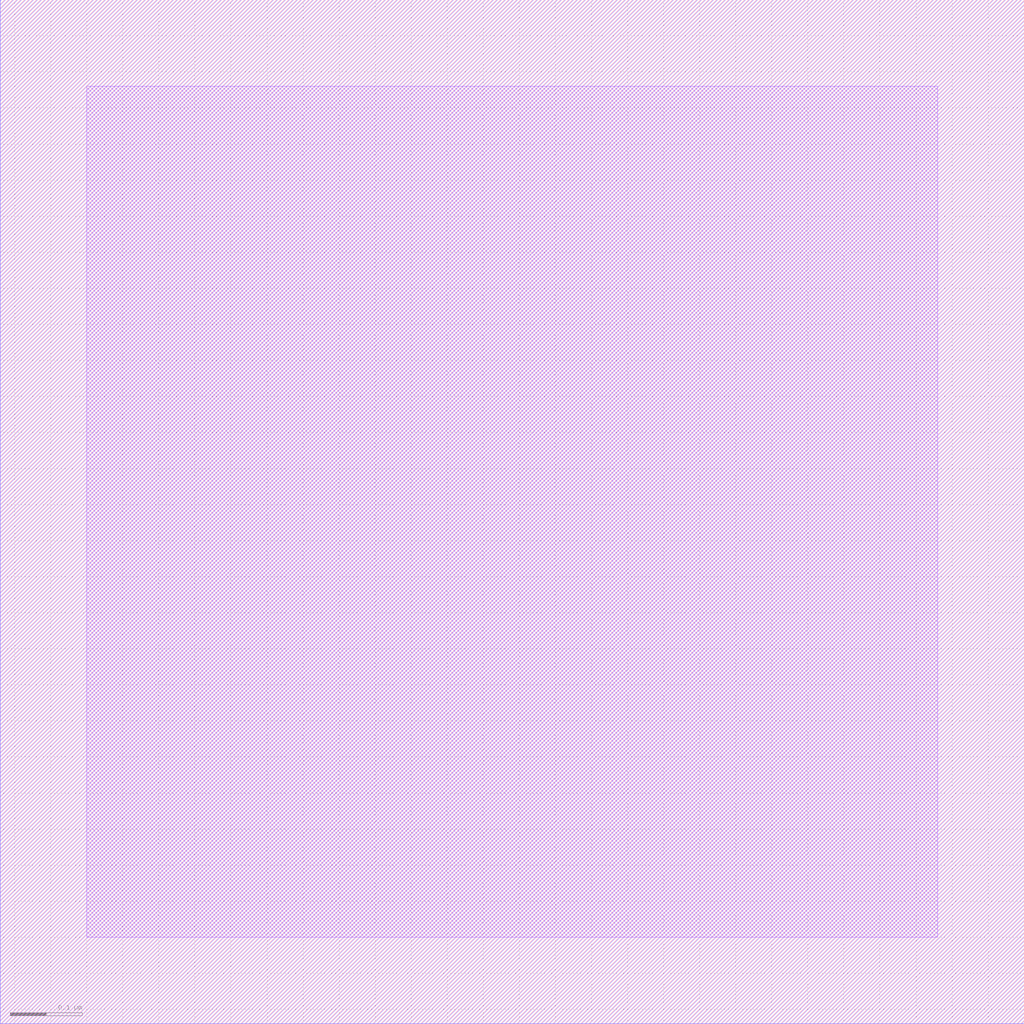
<source format=lef>
# Copyright 2020 The SkyWater PDK Authors
#
# Licensed under the Apache License, Version 2.0 (the "License");
# you may not use this file except in compliance with the License.
# You may obtain a copy of the License at
#
#     https://www.apache.org/licenses/LICENSE-2.0
#
# Unless required by applicable law or agreed to in writing, software
# distributed under the License is distributed on an "AS IS" BASIS,
# WITHOUT WARRANTIES OR CONDITIONS OF ANY KIND, either express or implied.
# See the License for the specific language governing permissions and
# limitations under the License.
#
# SPDX-License-Identifier: Apache-2.0

VERSION 5.7 ;
  NOWIREEXTENSIONATPIN ON ;
  DIVIDERCHAR "/" ;
  BUSBITCHARS "[]" ;
MACRO sky130_fd_pr__via_m4m5__example2
  CLASS BLOCK ;
  FOREIGN sky130_fd_pr__via_m4m5__example2 ;
  ORIGIN  0.120000  0.120000 ;
  SIZE  1.420000 BY  1.420000 ;
  OBS
    LAYER met4 ;
      RECT 0.000000 0.000000 1.180000 1.180000 ;
    LAYER met5 ;
      RECT -0.120000 -0.120000 1.300000 1.300000 ;
  END
END sky130_fd_pr__via_m4m5__example2
END LIBRARY

</source>
